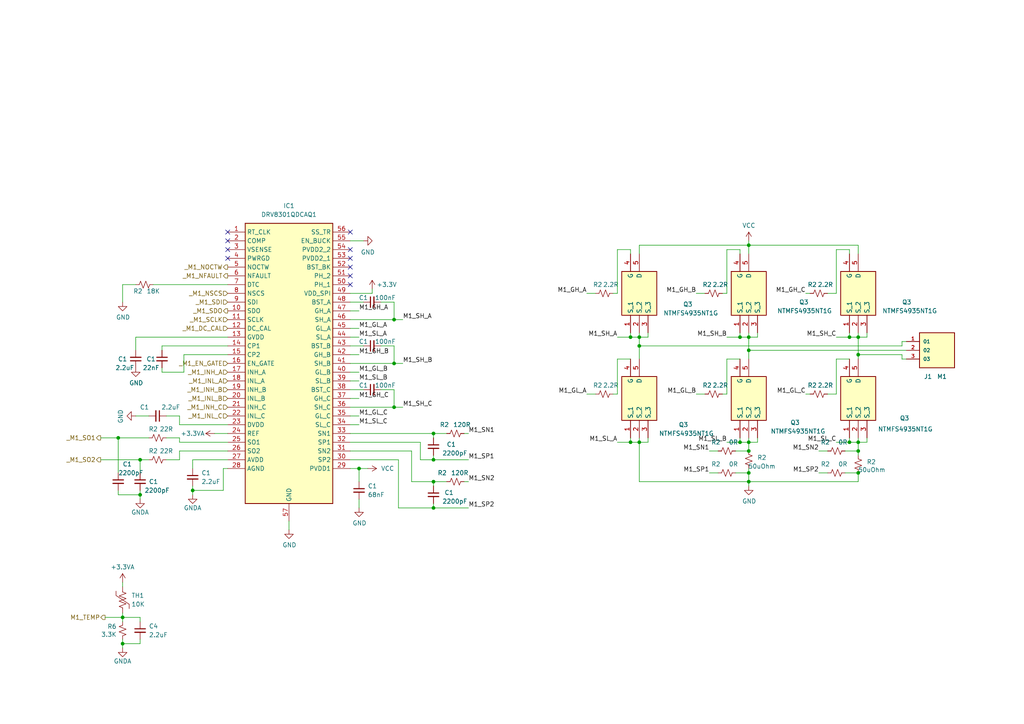
<source format=kicad_sch>
(kicad_sch (version 20230121) (generator eeschema)
  (paper "A4")
  (lib_symbols
    (symbol "3rd_Connector_Generic:CONN_1x3P" (pin_names (offset 1.016))
      (property "Reference" "J" (at -8.12 6.196 0))
      (property "Value" "CONN_1x3P" (at -4.445 6.35 0))
      (symbol "CONN_1x3P_0_0"
        (rectangle (start -5.08 5.08) (end 5.08 -5.08) (stroke (width 0.254)) (fill (type background)))
        (pin passive line (at -8.89 2.54 0) (length 3.81) (name "01") (number "1"))
        (pin passive line (at -8.89 0 0) (length 3.81) (name "02") (number "2"))
        (pin passive line (at -8.89 -2.54 0) (length 3.81) (name "03") (number "3"))
      )
    )
    (symbol "3rd_Driver_Motor:DRV8301QDCAQ1"
      (property "Reference" "IC" (at -2.54 43.18 0))
      (property "Value" "DRV8301QDCAQ1" (at -7.62 40.64 0))
      (symbol "DRV8301QDCAQ1_1_1"
        (rectangle (start -12.7 38.1) (end 12.7 -43.18) (stroke (width 0.254)) (fill (type background)))
        (pin passive line (at -17.78 35.56 0) (length 5.08) (name "RT_CLK") (number "1"))
        (pin passive line (at -17.78 12.7 0) (length 5.08) (name "SDO") (number "10"))
        (pin passive line (at -17.78 10.16 0) (length 5.08) (name "SCLK") (number "11"))
        (pin passive line (at -17.78 7.62 0) (length 5.08) (name "DC_CAL") (number "12"))
        (pin passive line (at -17.78 5.08 0) (length 5.08) (name "GVDD") (number "13"))
        (pin passive line (at -17.78 2.54 0) (length 5.08) (name "CP1") (number "14"))
        (pin passive line (at -17.78 0 0) (length 5.08) (name "CP2") (number "15"))
        (pin passive line (at -17.78 -2.54 0) (length 5.08) (name "EN_GATE") (number "16"))
        (pin passive line (at -17.78 -5.08 0) (length 5.08) (name "INH_A") (number "17"))
        (pin passive line (at -17.78 -7.62 0) (length 5.08) (name "INL_A") (number "18"))
        (pin passive line (at -17.78 -10.16 0) (length 5.08) (name "INH_B") (number "19"))
        (pin passive line (at -17.78 33.02 0) (length 5.08) (name "COMP") (number "2"))
        (pin passive line (at -17.78 -12.7 0) (length 5.08) (name "INL_B") (number "20"))
        (pin passive line (at -17.78 -15.24 0) (length 5.08) (name "INH_C") (number "21"))
        (pin passive line (at -17.78 -17.78 0) (length 5.08) (name "INL_C") (number "22"))
        (pin passive line (at -17.78 -20.32 0) (length 5.08) (name "DVDD") (number "23"))
        (pin passive line (at -17.78 -22.86 0) (length 5.08) (name "REF") (number "24"))
        (pin passive line (at -17.78 -25.4 0) (length 5.08) (name "SO1") (number "25"))
        (pin passive line (at -17.78 -27.94 0) (length 5.08) (name "SO2") (number "26"))
        (pin passive line (at -17.78 -30.48 0) (length 5.08) (name "AVDD") (number "27"))
        (pin passive line (at -17.78 -33.02 0) (length 5.08) (name "AGND") (number "28"))
        (pin passive line (at 17.78 -33.02 180) (length 5.08) (name "PVDD1") (number "29"))
        (pin passive line (at -17.78 30.48 0) (length 5.08) (name "VSENSE") (number "3"))
        (pin passive line (at 17.78 -30.48 180) (length 5.08) (name "SP2") (number "30"))
        (pin passive line (at 17.78 -27.94 180) (length 5.08) (name "SN2") (number "31"))
        (pin passive line (at 17.78 -25.4 180) (length 5.08) (name "SP1") (number "32"))
        (pin passive line (at 17.78 -22.86 180) (length 5.08) (name "SN1") (number "33"))
        (pin passive line (at 17.78 -20.32 180) (length 5.08) (name "SL_C") (number "34"))
        (pin passive line (at 17.78 -17.78 180) (length 5.08) (name "GL_C") (number "35"))
        (pin passive line (at 17.78 -15.24 180) (length 5.08) (name "SH_C") (number "36"))
        (pin passive line (at 17.78 -12.7 180) (length 5.08) (name "GH_C") (number "37"))
        (pin passive line (at 17.78 -10.16 180) (length 5.08) (name "BST_C") (number "38"))
        (pin passive line (at 17.78 -7.62 180) (length 5.08) (name "SL_B") (number "39"))
        (pin passive line (at -17.78 27.94 0) (length 5.08) (name "PWRGD") (number "4"))
        (pin passive line (at 17.78 -5.08 180) (length 5.08) (name "GL_B") (number "40"))
        (pin passive line (at 17.78 -2.54 180) (length 5.08) (name "SH_B") (number "41"))
        (pin passive line (at 17.78 0 180) (length 5.08) (name "GH_B") (number "42"))
        (pin passive line (at 17.78 2.54 180) (length 5.08) (name "BST_B") (number "43"))
        (pin passive line (at 17.78 5.08 180) (length 5.08) (name "SL_A") (number "44"))
        (pin passive line (at 17.78 7.62 180) (length 5.08) (name "GL_A") (number "45"))
        (pin passive line (at 17.78 10.16 180) (length 5.08) (name "SH_A") (number "46"))
        (pin passive line (at 17.78 12.7 180) (length 5.08) (name "GH_A") (number "47"))
        (pin passive line (at 17.78 15.24 180) (length 5.08) (name "BST_A") (number "48"))
        (pin passive line (at 17.78 17.78 180) (length 5.08) (name "VDD_SPI") (number "49"))
        (pin passive line (at -17.78 25.4 0) (length 5.08) (name "NOCTW") (number "5"))
        (pin passive line (at 17.78 20.32 180) (length 5.08) (name "PH_1") (number "50"))
        (pin passive line (at 17.78 22.86 180) (length 5.08) (name "PH_2") (number "51"))
        (pin passive line (at 17.78 25.4 180) (length 5.08) (name "BST_BK") (number "52"))
        (pin passive line (at 17.78 27.94 180) (length 5.08) (name "PVDD2_1") (number "53"))
        (pin passive line (at 17.78 30.48 180) (length 5.08) (name "PVDD2_2") (number "54"))
        (pin passive line (at 17.78 33.02 180) (length 5.08) (name "EN_BUCK") (number "55"))
        (pin passive line (at 17.78 35.56 180) (length 5.08) (name "SS_TR") (number "56"))
        (pin passive line (at 0 -48.26 90) (length 5.08) (name "GND") (number "57"))
        (pin passive line (at -17.78 22.86 0) (length 5.08) (name "NFAULT") (number "6"))
        (pin passive line (at -17.78 20.32 0) (length 5.08) (name "DTC") (number "7"))
        (pin passive line (at -17.78 17.78 0) (length 5.08) (name "NSCS") (number "8"))
        (pin passive line (at -17.78 15.24 0) (length 5.08) (name "SDI") (number "9"))
      )
    )
    (symbol "3rd_MOSFET:NTMFS4935NT1G"
      (property "Reference" "Q" (at 19.05 7.62 0))
      (property "Value" "NTMFS4935NT1G" (at 19.05 5.08 0))
      (symbol "NTMFS4935NT1G_1_1"
        (rectangle (start 5.08 2.54) (end 17.78 -7.62) (stroke (width 0.254)) (fill (type background)))
        (pin passive line (at 0 0 0) (length 5.08) (name "S_1") (number "1"))
        (pin passive line (at 0 -2.54 0) (length 5.08) (name "S_2") (number "2"))
        (pin passive line (at 0 -5.08 0) (length 5.08) (name "S_3") (number "3"))
        (pin passive line (at 22.86 0 180) (length 5.08) (name "G") (number "4"))
        (pin passive line (at 22.86 -2.54 180) (length 5.08) (name "D") (number "5"))
      )
    )
    (symbol "Device:C_Small" (pin_numbers hide) (pin_names (offset 0.254) hide)
      (property "Reference" "C" (at 0.254 1.778 0))
      (property "Value" "C_Small" (at 0.254 -2.032 0))
      (symbol "C_Small_0_1"
        (polyline (pts (xy -1.524 -0.508) (xy 1.524 -0.508)) (stroke (width 0.3302)))
        (polyline (pts (xy -1.524 0.508) (xy 1.524 0.508)) (stroke (width 0.3048)))
      )
      (symbol "C_Small_1_1"
        (pin passive line (at 0 2.54 270) (length 2.032) (name "~") (number "1"))
        (pin passive line (at 0 -2.54 90) (length 2.032) (name "~") (number "2"))
      )
    )
    (symbol "Device:R_Small_US" (pin_numbers hide) (pin_names (offset 0.254) hide)
      (property "Reference" "R" (at 0.762 0.508 0))
      (property "Value" "R_Small_US" (at 0.762 -1.016 0))
      (symbol "R_Small_US_1_1"
        (polyline (pts (xy 0 0) (xy 1.016 -0.381) (xy 0 -0.762) (xy -1.016 -1.143) (xy 0 -1.524)))
        (polyline (pts (xy 0 1.524) (xy 1.016 1.143) (xy 0 0.762) (xy -1.016 0.381) (xy 0 0)))
        (pin passive line (at 0 2.54 270) (length 1.016) (name "~") (number "1"))
        (pin passive line (at 0 -2.54 90) (length 1.016) (name "~") (number "2"))
      )
    )
    (symbol "Device:Thermistor_US" (pin_numbers hide) (pin_names (offset 0))
      (property "Reference" "TH" (at 2.54 1.27 90))
      (property "Value" "Thermistor_US" (at -2.54 0 90))
      (symbol "Thermistor_US_0_1"
        (polyline (pts (xy 0 -2.286) (xy 0 -2.54)))
        (polyline (pts (xy 0 2.286) (xy 0 2.54)))
        (polyline (pts (xy 1.905 -1.27) (xy 1.905 -2.54)))
        (polyline (pts (xy -1.905 2.54) (xy -1.905 1.27) (xy 1.905 -1.27)))
        (polyline (pts (xy 0 -0.762) (xy 1.016 -1.143) (xy 0 -1.524) (xy -1.016 -1.905) (xy 0 -2.286)))
        (polyline (pts (xy 0 0.762) (xy 1.016 0.381) (xy 0 0) (xy -1.016 -0.381) (xy 0 -0.762)))
        (polyline (pts (xy 0 2.286) (xy 1.016 1.905) (xy 0 1.524) (xy -1.016 1.143) (xy 0 0.762)))
      )
      (symbol "Thermistor_US_1_1"
        (pin passive line (at 0 3.81 270) (length 1.27) (name "~") (number "1"))
        (pin passive line (at 0 -3.81 90) (length 1.27) (name "~") (number "2"))
      )
    )
    (symbol "power:+3.3V" (power) (pin_names (offset 0))
      (property "Value" "+3.3V" (at 0 3.556 0))
      (symbol "+3.3V_0_1"
        (polyline (pts (xy -0.762 1.27) (xy 0 2.54)))
        (polyline (pts (xy 0 0) (xy 0 2.54)))
        (polyline (pts (xy 0 2.54) (xy 0.762 1.27)))
      )
      (symbol "+3.3V_1_1"
        (pin power_in line (at 0 0 90) (length 0) hide (name "+3.3V") (number "1"))
      )
    )
    (symbol "power:+3.3VA" (power) (pin_names (offset 0))
      (property "Value" "+3.3VA" (at 0 3.556 0))
      (symbol "+3.3VA_0_1"
        (polyline (pts (xy -0.762 1.27) (xy 0 2.54)))
        (polyline (pts (xy 0 0) (xy 0 2.54)))
        (polyline (pts (xy 0 2.54) (xy 0.762 1.27)))
      )
      (symbol "+3.3VA_1_1"
        (pin power_in line (at 0 0 90) (length 0) hide (name "+3.3VA") (number "1"))
      )
    )
    (symbol "power:GND" (power) (pin_names (offset 0))
      (property "Value" "GND" (at 0 -3.81 0))
      (symbol "GND_0_1"
        (polyline (pts (xy 0 0) (xy 0 -1.27) (xy 1.27 -1.27) (xy 0 -2.54) (xy -1.27 -1.27) (xy 0 -1.27)))
      )
      (symbol "GND_1_1"
        (pin power_in line (at 0 0 270) (length 0) hide (name "GND") (number "1"))
      )
    )
    (symbol "power:GNDA" (power) (pin_names (offset 0))
      (property "Value" "GNDA" (at 0 -3.81 0))
      (symbol "GNDA_0_1"
        (polyline (pts (xy 0 0) (xy 0 -1.27) (xy 1.27 -1.27) (xy 0 -2.54) (xy -1.27 -1.27) (xy 0 -1.27)))
      )
      (symbol "GNDA_1_1"
        (pin power_in line (at 0 0 270) (length 0) hide (name "GNDA") (number "1"))
      )
    )
    (symbol "power:VCC" (power) (pin_names (offset 0))
      (property "Value" "VCC" (at 0 3.81 0))
      (symbol "VCC_0_1"
        (polyline (pts (xy -0.762 1.27) (xy 0 2.54)))
        (polyline (pts (xy 0 0) (xy 0 2.54)))
        (polyline (pts (xy 0 2.54) (xy 0.762 1.27)))
      )
      (symbol "VCC_1_1"
        (pin power_in line (at 0 0 90) (length 0) hide (name "VCC") (number "1"))
      )
    )
  )
  (junction (at 35.56 179.07))
  (junction (at 217.17 139.7))
  (junction (at 248.92 128.27))
  (junction (at 185.42 100.33))
  (junction (at 125.73 125.73))
  (junction (at 217.17 137.16))
  (junction (at 246.38 97.79))
  (junction (at 125.73 133.35))
  (junction (at 248.92 137.16))
  (junction (at 185.42 97.79))
  (junction (at 125.73 147.32))
  (junction (at 125.73 139.7))
  (junction (at 214.63 97.79))
  (junction (at 182.88 97.79))
  (junction (at 214.63 128.27))
  (junction (at 246.38 128.27))
  (junction (at 104.14 135.89))
  (junction (at 248.92 102.87))
  (junction (at 248.92 97.79))
  (junction (at 217.17 71.12))
  (junction (at 40.64 143.51))
  (junction (at 114.3 92.71))
  (junction (at 40.64 133.35))
  (junction (at 217.17 101.6))
  (junction (at 248.92 130.81))
  (junction (at 55.88 142.24))
  (junction (at 182.88 128.27))
  (junction (at 217.17 97.79))
  (junction (at 114.3 105.41))
  (junction (at 217.17 130.81))
  (junction (at 35.56 186.69))
  (junction (at 185.42 128.27))
  (junction (at 114.3 118.11))
  (junction (at 34.29 127))
  (junction (at 217.17 128.27))
  (no_connect (at 66.04 69.85))
  (no_connect (at 66.04 72.39))
  (no_connect (at 66.04 67.31))
  (no_connect (at 101.6 72.39))
  (no_connect (at 101.6 77.47))
  (no_connect (at 66.04 74.93))
  (no_connect (at 101.6 80.01))
  (no_connect (at 101.6 74.93))
  (no_connect (at 101.6 67.31))
  (no_connect (at 101.6 82.55))
  (wire (pts (xy 48.26 127) (xy 52.07 127)))
  (wire (pts (xy 240.03 114.3) (xy 242.57 114.3)))
  (wire (pts (xy 217.17 140.97) (xy 217.17 139.7)))
  (wire (pts (xy 185.42 96.52) (xy 185.42 97.79)))
  (wire (pts (xy 182.88 96.52) (xy 182.88 97.79)))
  (wire (pts (xy 248.92 128.27) (xy 248.92 130.81)))
  (wire (pts (xy 179.07 85.09) (xy 179.07 72.39)))
  (wire (pts (xy 135.89 139.7) (xy 134.62 139.7)))
  (wire (pts (xy 52.07 123.19) (xy 66.04 123.19)))
  (wire (pts (xy 185.42 128.27) (xy 187.96 128.27)))
  (wire (pts (xy 177.8 85.09) (xy 179.07 85.09)))
  (wire (pts (xy 242.57 85.09) (xy 242.57 72.39)))
  (wire (pts (xy 179.07 128.27) (xy 182.88 128.27)))
  (wire (pts (xy 104.14 110.49) (xy 101.6 110.49)))
  (wire (pts (xy 52.07 130.81) (xy 52.07 133.35)))
  (wire (pts (xy 119.38 130.81) (xy 119.38 139.7)))
  (wire (pts (xy 55.88 135.89) (xy 55.88 133.35)))
  (wire (pts (xy 209.55 114.3) (xy 210.82 114.3)))
  (wire (pts (xy 185.42 128.27) (xy 185.42 139.7)))
  (wire (pts (xy 101.6 69.85) (xy 105.41 69.85)))
  (wire (pts (xy 114.3 87.63) (xy 114.3 92.71)))
  (wire (pts (xy 242.57 72.39) (xy 246.38 72.39)))
  (wire (pts (xy 248.92 127) (xy 248.92 128.27)))
  (wire (pts (xy 246.38 72.39) (xy 246.38 73.66)))
  (wire (pts (xy 29.21 133.35) (xy 40.64 133.35)))
  (wire (pts (xy 115.57 133.35) (xy 115.57 147.32)))
  (wire (pts (xy 179.07 72.39) (xy 182.88 72.39)))
  (wire (pts (xy 101.6 87.63) (xy 105.41 87.63)))
  (wire (pts (xy 29.21 127) (xy 34.29 127)))
  (wire (pts (xy 213.36 137.16) (xy 217.17 137.16)))
  (wire (pts (xy 104.14 115.57) (xy 101.6 115.57)))
  (wire (pts (xy 39.37 97.79) (xy 39.37 101.6)))
  (wire (pts (xy 101.6 135.89) (xy 104.14 135.89)))
  (wire (pts (xy 237.49 137.16) (xy 240.03 137.16)))
  (wire (pts (xy 104.14 95.25) (xy 101.6 95.25)))
  (wire (pts (xy 101.6 92.71) (xy 114.3 92.71)))
  (wire (pts (xy 210.82 85.09) (xy 210.82 72.39)))
  (wire (pts (xy 40.64 186.69) (xy 40.64 185.42)))
  (wire (pts (xy 217.17 97.79) (xy 217.17 101.6)))
  (wire (pts (xy 213.36 130.81) (xy 217.17 130.81)))
  (wire (pts (xy 121.92 133.35) (xy 125.73 133.35)))
  (wire (pts (xy 217.17 137.16) (xy 217.17 139.7)))
  (wire (pts (xy 261.62 102.87) (xy 261.62 104.14)))
  (wire (pts (xy 182.88 72.39) (xy 182.88 73.66)))
  (wire (pts (xy 101.6 133.35) (xy 115.57 133.35)))
  (wire (pts (xy 217.17 96.52) (xy 217.17 97.79)))
  (wire (pts (xy 55.88 140.97) (xy 55.88 142.24)))
  (wire (pts (xy 217.17 101.6) (xy 217.17 104.14)))
  (wire (pts (xy 125.73 147.32) (xy 125.73 146.05)))
  (wire (pts (xy 125.73 139.7) (xy 125.73 140.97)))
  (wire (pts (xy 35.56 179.07) (xy 35.56 177.8)))
  (wire (pts (xy 104.14 107.95) (xy 101.6 107.95)))
  (wire (pts (xy 55.88 142.24) (xy 55.88 143.51)))
  (wire (pts (xy 101.6 90.17) (xy 104.14 90.17)))
  (wire (pts (xy 248.92 102.87) (xy 261.62 102.87)))
  (wire (pts (xy 217.17 127) (xy 217.17 128.27)))
  (wire (pts (xy 209.55 85.09) (xy 210.82 85.09)))
  (wire (pts (xy 217.17 128.27) (xy 217.17 130.81)))
  (wire (pts (xy 217.17 128.27) (xy 219.71 128.27)))
  (wire (pts (xy 201.93 85.09) (xy 204.47 85.09)))
  (wire (pts (xy 182.88 128.27) (xy 185.42 128.27)))
  (wire (pts (xy 35.56 187.96) (xy 35.56 186.69)))
  (wire (pts (xy 104.14 135.89) (xy 106.68 135.89)))
  (wire (pts (xy 114.3 113.03) (xy 110.49 113.03)))
  (wire (pts (xy 30.48 179.07) (xy 35.56 179.07)))
  (wire (pts (xy 116.84 105.41) (xy 114.3 105.41)))
  (wire (pts (xy 214.63 72.39) (xy 214.63 73.66)))
  (wire (pts (xy 110.49 87.63) (xy 114.3 87.63)))
  (wire (pts (xy 170.18 114.3) (xy 172.72 114.3)))
  (wire (pts (xy 245.11 137.16) (xy 248.92 137.16)))
  (wire (pts (xy 210.82 114.3) (xy 210.82 104.14)))
  (wire (pts (xy 64.77 135.89) (xy 66.04 135.89)))
  (wire (pts (xy 233.68 85.09) (xy 234.95 85.09)))
  (wire (pts (xy 101.6 85.09) (xy 107.95 85.09)))
  (wire (pts (xy 104.14 97.79) (xy 101.6 97.79)))
  (wire (pts (xy 134.62 125.73) (xy 135.89 125.73)))
  (wire (pts (xy 107.95 85.09) (xy 107.95 83.82)))
  (wire (pts (xy 185.42 71.12) (xy 217.17 71.12)))
  (wire (pts (xy 248.92 130.81) (xy 248.92 132.08)))
  (wire (pts (xy 214.63 128.27) (xy 217.17 128.27)))
  (wire (pts (xy 219.71 97.79) (xy 219.71 96.52)))
  (wire (pts (xy 242.57 104.14) (xy 246.38 104.14)))
  (wire (pts (xy 52.07 127) (xy 52.07 128.27)))
  (wire (pts (xy 217.17 97.79) (xy 219.71 97.79)))
  (wire (pts (xy 246.38 127) (xy 246.38 128.27)))
  (wire (pts (xy 40.64 180.34) (xy 40.64 179.07)))
  (wire (pts (xy 240.03 85.09) (xy 242.57 85.09)))
  (wire (pts (xy 242.57 97.79) (xy 246.38 97.79)))
  (wire (pts (xy 219.71 128.27) (xy 219.71 127)))
  (wire (pts (xy 116.84 92.71) (xy 114.3 92.71)))
  (wire (pts (xy 46.99 100.33) (xy 46.99 101.6)))
  (wire (pts (xy 35.56 185.42) (xy 35.56 186.69)))
  (wire (pts (xy 46.99 107.95) (xy 46.99 106.68)))
  (wire (pts (xy 248.92 71.12) (xy 248.92 73.66)))
  (wire (pts (xy 170.18 85.09) (xy 172.72 85.09)))
  (wire (pts (xy 179.07 114.3) (xy 179.07 104.14)))
  (wire (pts (xy 104.14 120.65) (xy 101.6 120.65)))
  (wire (pts (xy 185.42 100.33) (xy 185.42 104.14)))
  (wire (pts (xy 251.46 128.27) (xy 251.46 127)))
  (wire (pts (xy 101.6 128.27) (xy 121.92 128.27)))
  (wire (pts (xy 214.63 127) (xy 214.63 128.27)))
  (wire (pts (xy 187.96 97.79) (xy 187.96 96.52)))
  (wire (pts (xy 214.63 97.79) (xy 217.17 97.79)))
  (wire (pts (xy 182.88 127) (xy 182.88 128.27)))
  (wire (pts (xy 125.73 147.32) (xy 135.89 147.32)))
  (wire (pts (xy 55.88 142.24) (xy 64.77 142.24)))
  (wire (pts (xy 185.42 97.79) (xy 185.42 100.33)))
  (wire (pts (xy 179.07 97.79) (xy 182.88 97.79)))
  (wire (pts (xy 185.42 97.79) (xy 187.96 97.79)))
  (wire (pts (xy 40.64 137.16) (xy 40.64 133.35)))
  (wire (pts (xy 52.07 133.35) (xy 48.26 133.35)))
  (wire (pts (xy 261.62 100.33) (xy 261.62 99.06)))
  (wire (pts (xy 34.29 137.16) (xy 34.29 127)))
  (wire (pts (xy 40.64 143.51) (xy 40.64 144.78)))
  (wire (pts (xy 35.56 179.07) (xy 35.56 180.34)))
  (wire (pts (xy 248.92 102.87) (xy 248.92 104.14)))
  (wire (pts (xy 248.92 137.16) (xy 248.92 139.7)))
  (wire (pts (xy 34.29 143.51) (xy 40.64 143.51)))
  (wire (pts (xy 64.77 142.24) (xy 64.77 135.89)))
  (wire (pts (xy 248.92 97.79) (xy 251.46 97.79)))
  (wire (pts (xy 35.56 179.07) (xy 40.64 179.07)))
  (wire (pts (xy 46.99 107.95) (xy 53.34 107.95)))
  (wire (pts (xy 233.68 114.3) (xy 234.95 114.3)))
  (wire (pts (xy 242.57 114.3) (xy 242.57 104.14)))
  (wire (pts (xy 101.6 130.81) (xy 119.38 130.81)))
  (wire (pts (xy 237.49 130.81) (xy 240.03 130.81)))
  (wire (pts (xy 35.56 82.55) (xy 35.56 87.63)))
  (wire (pts (xy 115.57 147.32) (xy 125.73 147.32)))
  (wire (pts (xy 125.73 133.35) (xy 135.89 133.35)))
  (wire (pts (xy 46.99 100.33) (xy 66.04 100.33)))
  (wire (pts (xy 261.62 104.14) (xy 262.89 104.14)))
  (wire (pts (xy 246.38 128.27) (xy 248.92 128.27)))
  (wire (pts (xy 35.56 186.69) (xy 40.64 186.69)))
  (wire (pts (xy 119.38 139.7) (xy 125.73 139.7)))
  (wire (pts (xy 35.56 168.91) (xy 35.56 170.18)))
  (wire (pts (xy 185.42 127) (xy 185.42 128.27)))
  (wire (pts (xy 129.54 125.73) (xy 125.73 125.73)))
  (wire (pts (xy 101.6 118.11) (xy 114.3 118.11)))
  (wire (pts (xy 201.93 114.3) (xy 204.47 114.3)))
  (wire (pts (xy 125.73 125.73) (xy 125.73 127)))
  (wire (pts (xy 248.92 97.79) (xy 248.92 102.87)))
  (wire (pts (xy 217.17 71.12) (xy 248.92 71.12)))
  (wire (pts (xy 210.82 104.14) (xy 214.63 104.14)))
  (wire (pts (xy 129.54 139.7) (xy 125.73 139.7)))
  (wire (pts (xy 217.17 135.89) (xy 217.17 137.16)))
  (wire (pts (xy 214.63 96.52) (xy 214.63 97.79)))
  (wire (pts (xy 217.17 71.12) (xy 217.17 73.66)))
  (wire (pts (xy 104.14 123.19) (xy 101.6 123.19)))
  (wire (pts (xy 121.92 128.27) (xy 121.92 133.35)))
  (wire (pts (xy 217.17 139.7) (xy 248.92 139.7)))
  (wire (pts (xy 177.8 114.3) (xy 179.07 114.3)))
  (wire (pts (xy 246.38 96.52) (xy 246.38 97.79)))
  (wire (pts (xy 261.62 99.06) (xy 262.89 99.06)))
  (wire (pts (xy 101.6 113.03) (xy 105.41 113.03)))
  (wire (pts (xy 210.82 128.27) (xy 214.63 128.27)))
  (wire (pts (xy 217.17 101.6) (xy 262.89 101.6)))
  (wire (pts (xy 104.14 135.89) (xy 104.14 139.7)))
  (wire (pts (xy 39.37 97.79) (xy 66.04 97.79)))
  (wire (pts (xy 248.92 128.27) (xy 251.46 128.27)))
  (wire (pts (xy 210.82 97.79) (xy 214.63 97.79)))
  (wire (pts (xy 110.49 100.33) (xy 114.3 100.33)))
  (wire (pts (xy 114.3 118.11) (xy 114.3 113.03)))
  (wire (pts (xy 53.34 107.95) (xy 53.34 102.87)))
  (wire (pts (xy 44.45 82.55) (xy 66.04 82.55)))
  (wire (pts (xy 101.6 100.33) (xy 105.41 100.33)))
  (wire (pts (xy 245.11 130.81) (xy 248.92 130.81)))
  (wire (pts (xy 52.07 120.65) (xy 52.07 123.19)))
  (wire (pts (xy 114.3 100.33) (xy 114.3 105.41)))
  (wire (pts (xy 104.14 144.78) (xy 104.14 147.32)))
  (wire (pts (xy 116.84 118.11) (xy 114.3 118.11)))
  (wire (pts (xy 185.42 139.7) (xy 217.17 139.7)))
  (wire (pts (xy 187.96 128.27) (xy 187.96 127)))
  (wire (pts (xy 48.26 120.65) (xy 52.07 120.65)))
  (wire (pts (xy 185.42 71.12) (xy 185.42 73.66)))
  (wire (pts (xy 242.57 128.27) (xy 246.38 128.27)))
  (wire (pts (xy 52.07 128.27) (xy 66.04 128.27)))
  (wire (pts (xy 35.56 82.55) (xy 39.37 82.55)))
  (wire (pts (xy 101.6 102.87) (xy 104.14 102.87)))
  (wire (pts (xy 34.29 142.24) (xy 34.29 143.51)))
  (wire (pts (xy 125.73 125.73) (xy 101.6 125.73)))
  (wire (pts (xy 40.64 142.24) (xy 40.64 143.51)))
  (wire (pts (xy 83.82 151.13) (xy 83.82 153.67)))
  (wire (pts (xy 125.73 133.35) (xy 125.73 132.08)))
  (wire (pts (xy 205.74 137.16) (xy 208.28 137.16)))
  (wire (pts (xy 246.38 97.79) (xy 248.92 97.79)))
  (wire (pts (xy 40.64 133.35) (xy 43.18 133.35)))
  (wire (pts (xy 55.88 133.35) (xy 66.04 133.35)))
  (wire (pts (xy 34.29 127) (xy 43.18 127)))
  (wire (pts (xy 62.23 125.73) (xy 66.04 125.73)))
  (wire (pts (xy 210.82 72.39) (xy 214.63 72.39)))
  (wire (pts (xy 248.92 96.52) (xy 248.92 97.79)))
  (wire (pts (xy 101.6 105.41) (xy 114.3 105.41)))
  (wire (pts (xy 217.17 69.85) (xy 217.17 71.12)))
  (wire (pts (xy 185.42 100.33) (xy 261.62 100.33)))
  (wire (pts (xy 205.74 130.81) (xy 208.28 130.81)))
  (wire (pts (xy 179.07 104.14) (xy 182.88 104.14)))
  (wire (pts (xy 53.34 102.87) (xy 66.04 102.87)))
  (wire (pts (xy 251.46 97.79) (xy 251.46 96.52)))
  (wire (pts (xy 182.88 97.79) (xy 185.42 97.79)))
  (wire (pts (xy 39.37 120.65) (xy 43.18 120.65)))
  (wire (pts (xy 66.04 130.81) (xy 52.07 130.81)))
  (label "M1_SL_A" (at 179.07 128.27 180))
  (label "M1_GH_C" (at 233.68 85.09 180))
  (label "M1_SP2" (at 237.49 137.16 180))
  (label "M1_SN1" (at 205.74 130.81 180))
  (label "M1_GH_A" (at 104.14 90.17 0))
  (label "M1_SN1" (at 135.89 125.73 0))
  (label "M1_GH_B" (at 201.93 85.09 180))
  (label "M1_SH_C" (at 116.84 118.11 0))
  (label "M1_GH_A" (at 170.18 85.09 180))
  (label "M1_SL_A" (at 104.14 97.79 0))
  (label "M1_SN2" (at 237.49 130.81 180))
  (label "M1_GH_C" (at 104.14 115.57 0))
  (label "M1_SH_A" (at 179.07 97.79 180))
  (label "M1_SH_B" (at 210.82 97.79 180))
  (label "M1_SH_B" (at 116.84 105.41 0))
  (label "M1_SL_C" (at 104.14 123.19 0))
  (label "M1_GL_C" (at 233.68 114.3 180))
  (label "M1_SL_B" (at 104.14 110.49 0))
  (label "M1_SL_B" (at 210.82 128.27 180))
  (label "M1_SH_A" (at 116.84 92.71 0))
  (label "M1_GL_B" (at 104.14 107.95 0))
  (label "M1_SN2" (at 135.89 139.7 0))
  (label "M1_GH_B" (at 104.14 102.87 0))
  (label "M1_GL_B" (at 201.93 114.3 180))
  (label "M1_SP1" (at 205.74 137.16 180))
  (label "M1_GL_A" (at 104.14 95.25 0))
  (label "M1_GL_C" (at 104.14 120.65 0))
  (label "M1_SP2" (at 135.89 147.32 0))
  (label "M1_SP1" (at 135.89 133.35 0))
  (label "M1_GL_A" (at 170.18 114.3 180))
  (label "M1_SH_C" (at 242.57 97.79 180))
  (label "M1_SL_C" (at 242.57 128.27 180))
  (hierarchical_label "_M1_INL_B" (shape input) (at 66.04 115.57 180))
  (hierarchical_label "_M1_SO1" (shape output) (at 29.21 127 180))
  (hierarchical_label "_M1_INH_B" (shape input) (at 66.04 113.03 180))
  (hierarchical_label "_M1_INH_A" (shape input) (at 66.04 107.95 180))
  (hierarchical_label "_M1_DC_CAL" (shape input) (at 66.04 95.25 180))
  (hierarchical_label "_M1_NFAULT" (shape output) (at 66.04 80.01 180))
  (hierarchical_label "_M1_NSCS" (shape input) (at 66.04 85.09 180))
  (hierarchical_label "_M1_NOCTW" (shape output) (at 66.04 77.47 180))
  (hierarchical_label "_M1_INL_C" (shape input) (at 66.04 120.65 180))
  (hierarchical_label "_M1_SCLK" (shape input) (at 66.04 92.71 180))
  (hierarchical_label "_M1_INL_A" (shape input) (at 66.04 110.49 180))
  (hierarchical_label "_M1_EN_GATE" (shape input) (at 66.04 105.41 180))
  (hierarchical_label "_M1_SDI" (shape input) (at 66.04 87.63 180))
  (hierarchical_label "_M1_SDO" (shape output) (at 66.04 90.17 180))
  (hierarchical_label "_M1_SO2" (shape output) (at 29.21 133.35 180))
  (hierarchical_label "_M1_INH_C" (shape input) (at 66.04 118.11 180))
  (hierarchical_label "M1_TEMP" (shape output) (at 30.48 179.07 180))
  (symbol (lib_id "power:GND") (at 39.37 120.65 270) (unit 1)
    (property "Reference" "#PWR048" (effects hide))
    (property "Value" "GND" (at 34.9758 120.777 0))
    (instances (project "MotorKit" (path "" (reference "#PWR048") (unit 1)) (path "" (reference "#PWR059") (unit 1)) (path "" (reference "#PWR097") (unit 1))) (project "StepDriver" (path "" (reference "#PWR018") (unit 1))))
  )
  (symbol (lib_id "Device:C_Small") (at 107.95 87.63 90) (unit 1)
    (property "Reference" "C1" (at 105.41 86.36 90))
    (property "Value" "100nF" (at 111.76 86.36 90))
    (property "Footprint" "Capacitor_SMD:C_0603_1608Metric" (effects hide))
    (instances (project "MotorKit" (path "" (reference "C1") (unit 1)) (path "" (reference "C26") (unit 1)) (path "" (reference "C52") (unit 1))) (project "StepDriver" (path "" (reference "C2") (unit 1))))
  )
  (symbol (lib_id "power:GND") (at 39.37 106.68 0) (unit 1)
    (property "Reference" "#PWR048" (effects hide))
    (property "Value" "GND" (at 39.497 111.0742 0))
    (instances (project "MotorKit" (path "" (reference "#PWR048") (unit 1)) (path "" (reference "#PWR060") (unit 1)) (path "" (reference "#PWR096") (unit 1))) (project "StepDriver" (path "" (reference "#PWR018") (unit 1))))
  )
  (symbol (lib_id "3rd_MOSFET:NTMFS4935NT1G") (at 182.88 127 90) (unit 1)
    (property "Reference" "Q3" (at 196.85 123.19 90) (effects (justify right)))
    (property "Value" "NTMFS4935NT1G" (at 191.135 125.73 90) (effects (justify right)))
    (property "Footprint" "3rd_Package_DFN(TDSON):DFN-5_L6.0-W5.0_P1.27" (effects hide))
    (property "Datasheet" "https://www.onsemi.com/pub/Collateral/NTMFS4935N-D.PDF" (effects hide))
    (property "Manufacturer_Name" "onsemi" (effects hide))
    (property "Manufacturer_Part_Number" "NTMFS4935NT1G" (effects hide))
    (property "Mouser Part Number" "863-NTMFS4935NT1G" (effects hide))
    (property "Mouser Price/Stock" "https://www.mouser.co.uk/ProductDetail/onsemi/NTMFS4935NT1G?qs=PJJcWtbOkNUizxCQ16NP4Q%3D%3D" (effects hide))
    (property "Arrow Part Number" "NTMFS4935NT1G" (effects hide))
    (property "Arrow Price/Stock" "https://www.arrow.com/en/products/ntmfs4935nt1g/on-semiconductor" (effects hide))
    (instances (project "MotorKit" (path "" (reference "Q3") (unit 1)) (path "" (reference "Q4") (unit 1)) (path "" (reference "Q10") (unit 1))))
  )
  (symbol (lib_id "Device:C_Small") (at 104.14 142.24 0) (unit 1)
    (property "Reference" "C1" (at 106.68 140.9762 0) (effects (justify left)))
    (property "Value" "68nF" (at 106.68 143.5162 0) (effects (justify left)))
    (property "Footprint" "Capacitor_SMD:C_0603_1608Metric" (effects hide))
    (instances (project "MotorKit" (path "" (reference "C1") (unit 1)) (path "" (reference "C21") (unit 1)) (path "" (reference "C51") (unit 1))) (project "StepDriver" (path "" (reference "C2") (unit 1))))
  )
  (symbol (lib_id "3rd_Driver_Motor:DRV8301QDCAQ1") (at 83.82 102.87 0) (unit 1)
    (property "Reference" "IC1" (at 83.82 59.69 0))
    (property "Value" "DRV8301QDCAQ1" (at 83.82 62.23 0))
    (property "Footprint" "3rd_Package_SOP:HTSSOP-56_L14.0-W6.0_P0.5_DRV8301" (effects hide))
    (property "Datasheet" "https://www.ti.com/lit/gpn/drv8301-q1" (effects hide))
    (property "Height" "1.2" (effects hide))
    (property "Manufacturer_Name" "Texas Instruments" (effects hide))
    (property "Manufacturer_Part_Number" "DRV8301QDCAQ1" (effects hide))
    (property "Mouser Part Number" "595-DRV8301QDCAQ1" (effects hide))
    (property "Mouser Price/Stock" "https://www.mouser.co.uk/ProductDetail/Texas-Instruments/DRV8301QDCAQ1?qs=igp4D3uu33L0DO9HOyoudw%3D%3D" (effects hide))
    (property "Arrow Part Number" "DRV8301QDCAQ1" (effects hide))
    (property "Arrow Price/Stock" "https://www.arrow.com/en/products/drv8301qdcaq1/texas-instruments?region=nac" (effects hide))
    (instances (project "MotorKit" (path "" (reference "IC1") (unit 1)) (path "" (reference "IC1") (unit 1)) (path "" (reference "IC2") (unit 1))))
  )
  (symbol (lib_id "Device:R_Small_US") (at 41.91 82.55 90) (unit 1)
    (property "Reference" "R2" (at 40.005 84.455 90))
    (property "Value" "18K" (at 44.45 84.455 90))
    (property "Footprint" "Resistor_SMD:R_0603_1608Metric" (effects hide))
    (instances (project "MotorKit" (path "" (reference "R2") (unit 1)) (path "" (reference "R19") (unit 1)) (path "" (reference "R44") (unit 1))) (project "StepDriver" (path "" (reference "R5") (unit 1))))
  )
  (symbol (lib_id "power:GND") (at 105.41 69.85 90) (unit 1)
    (property "Reference" "#PWR048" (effects hide))
    (property "Value" "GND" (at 106.68 73.152 90))
    (instances (project "MotorKit" (path "" (reference "#PWR048") (unit 1)) (path "" (reference "#PWR050") (unit 1)) (path "" (reference "#PWR0103") (unit 1))) (project "StepDriver" (path "" (reference "#PWR018") (unit 1))))
  )
  (symbol (lib_id "power:GND") (at 35.56 87.63 0) (unit 1)
    (property "Reference" "#PWR048" (effects hide))
    (property "Value" "GND" (at 35.687 92.0242 0))
    (instances (project "MotorKit" (path "" (reference "#PWR048") (unit 1)) (path "" (reference "#PWR061") (unit 1)) (path "" (reference "#PWR093") (unit 1))) (project "StepDriver" (path "" (reference "#PWR018") (unit 1))))
  )
  (symbol (lib_id "power:GND") (at 217.17 140.97 0) (unit 1)
    (property "Reference" "#PWR048" (effects hide))
    (property "Value" "GND" (at 217.297 145.3642 0))
    (instances (project "MotorKit" (path "" (reference "#PWR048") (unit 1)) (path "" (reference "#PWR072") (unit 1)) (path "" (reference "#PWR0107") (unit 1))) (project "StepDriver" (path "" (reference "#PWR018") (unit 1))))
  )
  (symbol (lib_id "Device:C_Small") (at 107.95 113.03 90) (unit 1)
    (property "Reference" "C1" (at 105.41 111.76 90))
    (property "Value" "100nF" (at 111.76 111.76 90))
    (property "Footprint" "Capacitor_SMD:C_0603_1608Metric" (effects hide))
    (instances (project "MotorKit" (path "" (reference "C1") (unit 1)) (path "" (reference "C24") (unit 1)) (path "" (reference "C54") (unit 1))) (project "StepDriver" (path "" (reference "C2") (unit 1))))
  )
  (symbol (lib_id "power:GND") (at 104.14 147.32 0) (unit 1)
    (property "Reference" "#PWR048" (effects hide))
    (property "Value" "GND" (at 104.267 151.7142 0))
    (instances (project "MotorKit" (path "" (reference "#PWR048") (unit 1)) (path "" (reference "#PWR050") (unit 1)) (path "" (reference "#PWR0102") (unit 1))) (project "StepDriver" (path "" (reference "#PWR018") (unit 1))))
  )
  (symbol (lib_id "Device:C_Small") (at 34.29 139.7 0) (unit 1)
    (property "Reference" "C1" (at 35.56 134.62 0) (effects (justify left)))
    (property "Value" "2200pF" (at 34.29 137.16 0) (effects (justify left)))
    (property "Footprint" "Capacitor_SMD:C_0603_1608Metric" (effects hide))
    (instances (project "MotorKit" (path "" (reference "C1") (unit 1)) (path "" (reference "C32") (unit 1)) (path "" (reference "C44") (unit 1))) (project "StepDriver" (path "" (reference "C2") (unit 1))))
  )
  (symbol (lib_id "Device:R_Small_US") (at 45.72 133.35 90) (unit 1)
    (property "Reference" "R2" (at 44.45 130.81 90))
    (property "Value" "22R" (at 48.26 130.81 90))
    (property "Footprint" "Resistor_SMD:R_0603_1608Metric" (effects hide))
    (instances (project "MotorKit" (path "" (reference "R2") (unit 1)) (path "" (reference "R18") (unit 1)) (path "" (reference "R46") (unit 1))) (project "StepDriver" (path "" (reference "R5") (unit 1))))
  )
  (symbol (lib_id "Device:R_Small_US") (at 242.57 137.16 90) (unit 1)
    (property "Reference" "R2" (at 239.395 134.62 90))
    (property "Value" "0R" (at 244.475 134.62 90))
    (property "Footprint" "Resistor_SMD:R_0603_1608Metric" (effects hide))
    (instances (project "MotorKit" (path "" (reference "R2") (unit 1)) (path "" (reference "R64") (unit 1)) (path "" (reference "R59") (unit 1))) (project "StepDriver" (path "" (reference "R5") (unit 1))))
  )
  (symbol (lib_id "Device:R_Small_US") (at 248.92 134.62 0) (unit 1)
    (property "Reference" "R2" (at 252.73 133.985 0))
    (property "Value" "50uOhm" (at 252.857 136.271 0))
    (property "Footprint" "Resistor_SMD:R_2512_6332Metric" (effects hide))
    (instances (project "MotorKit" (path "" (reference "R2") (unit 1)) (path "" (reference "R33") (unit 1)) (path "" (reference "R56") (unit 1))) (project "StepDriver" (path "" (reference "R5") (unit 1))))
  )
  (symbol (lib_id "Device:C_Small") (at 46.99 104.14 0) (unit 1)
    (property "Reference" "C1" (at 43.815 104.14 0))
    (property "Value" "22nF" (at 43.815 106.68 0))
    (property "Footprint" "Capacitor_SMD:C_0603_1608Metric" (effects hide))
    (instances (project "MotorKit" (path "" (reference "C1") (unit 1)) (path "" (reference "C35") (unit 1)) (path "" (reference "C49") (unit 1))) (project "StepDriver" (path "" (reference "C2") (unit 1))))
  )
  (symbol (lib_id "3rd_Connector_Generic:CONN_1x3P") (at 271.78 101.6 0) (unit 1)
    (property "Reference" "J1" (at 267.97 109.22 0) (effects (justify left)))
    (property "Value" "M1" (at 271.78 109.22 0) (effects (justify left)))
    (property "Footprint" "3rd_Connector_AMASS:AMASS-SMD_1x3P-P3.5-H_MR30-FB" (effects hide))
    (property "MANUFACTURER" "SAMTEC" (effects hide))
    (instances (project "MotorKit" (path "" (reference "J1") (unit 1)) (path "" (reference "J12") (unit 1))))
  )
  (symbol (lib_id "Device:C_Small") (at 45.72 120.65 270) (unit 1)
    (property "Reference" "C1" (at 41.91 118.11 90))
    (property "Value" "2.2uF" (at 49.53 118.11 90))
    (property "Footprint" "Capacitor_SMD:C_0603_1608Metric" (effects hide))
    (instances (project "MotorKit" (path "" (reference "C1") (unit 1)) (path "" (reference "C34") (unit 1)) (path "" (reference "C48") (unit 1))) (project "StepDriver" (path "" (reference "C2") (unit 1))))
  )
  (symbol (lib_id "Device:R_Small_US") (at 210.82 130.81 90) (unit 1)
    (property "Reference" "R2" (at 207.645 128.27 90))
    (property "Value" "0R" (at 212.725 128.27 90))
    (property "Footprint" "Resistor_SMD:R_0603_1608Metric" (effects hide))
    (instances (project "MotorKit" (path "" (reference "R2") (unit 1)) (path "" (reference "R61") (unit 1)) (path "" (reference "R59") (unit 1))) (project "StepDriver" (path "" (reference "R5") (unit 1))))
  )
  (symbol (lib_id "3rd_MOSFET:NTMFS4935NT1G") (at 214.63 127 90) (unit 1)
    (property "Reference" "Q3" (at 229.235 122.555 90) (effects (justify right)))
    (property "Value" "NTMFS4935NT1G" (at 223.52 125.095 90) (effects (justify right)))
    (property "Footprint" "3rd_Package_DFN(TDSON):DFN-5_L6.0-W5.0_P1.27" (effects hide))
    (property "Datasheet" "https://www.onsemi.com/pub/Collateral/NTMFS4935N-D.PDF" (effects hide))
    (property "Manufacturer_Name" "onsemi" (effects hide))
    (property "Manufacturer_Part_Number" "NTMFS4935NT1G" (effects hide))
    (property "Mouser Part Number" "863-NTMFS4935NT1G" (effects hide))
    (property "Mouser Price/Stock" "https://www.mouser.co.uk/ProductDetail/onsemi/NTMFS4935NT1G?qs=PJJcWtbOkNUizxCQ16NP4Q%3D%3D" (effects hide))
    (property "Arrow Part Number" "NTMFS4935NT1G" (effects hide))
    (property "Arrow Price/Stock" "https://www.arrow.com/en/products/ntmfs4935nt1g/on-semiconductor" (effects hide))
    (instances (project "MotorKit" (path "" (reference "Q3") (unit 1)) (path "" (reference "Q6") (unit 1)) (path "" (reference "Q12") (unit 1))))
  )
  (symbol (lib_id "power:GND") (at 83.82 153.67 0) (unit 1)
    (property "Reference" "#PWR048" (effects hide))
    (property "Value" "GND" (at 83.947 158.0642 0))
    (instances (project "MotorKit" (path "" (reference "#PWR048") (unit 1)) (path "" (reference "#PWR051") (unit 1)) (path "" (reference "#PWR0101") (unit 1))) (project "StepDriver" (path "" (reference "#PWR018") (unit 1))))
  )
  (symbol (lib_id "power:VCC") (at 106.68 135.89 270) (unit 1)
    (property "Reference" "#PWR027" (effects hide))
    (property "Value" "VCC" (at 110.49 135.89 90) (effects (justify left)))
    (instances (project "MotorKit" (path "" (reference "#PWR027") (unit 1)) (path "" (reference "#PWR049") (unit 1)) (path "" (reference "#PWR0104") (unit 1))) (project "StepDriver" (path "" (reference "#PWR037") (unit 1))))
  )
  (symbol (lib_id "3rd_MOSFET:NTMFS4935NT1G") (at 246.38 96.52 90) (unit 1)
    (property "Reference" "Q3" (at 261.62 87.63 90) (effects (justify right)))
    (property "Value" "NTMFS4935NT1G" (at 255.905 90.17 90) (effects (justify right)))
    (property "Footprint" "3rd_Package_DFN(TDSON):DFN-5_L6.0-W5.0_P1.27" (effects hide))
    (property "Datasheet" "https://www.onsemi.com/pub/Collateral/NTMFS4935N-D.PDF" (effects hide))
    (property "Manufacturer_Name" "onsemi" (effects hide))
    (property "Manufacturer_Part_Number" "NTMFS4935NT1G" (effects hide))
    (property "Mouser Part Number" "863-NTMFS4935NT1G" (effects hide))
    (property "Mouser Price/Stock" "https://www.mouser.co.uk/ProductDetail/onsemi/NTMFS4935NT1G?qs=PJJcWtbOkNUizxCQ16NP4Q%3D%3D" (effects hide))
    (property "Arrow Part Number" "NTMFS4935NT1G" (effects hide))
    (property "Arrow Price/Stock" "https://www.arrow.com/en/products/ntmfs4935nt1g/on-semiconductor" (effects hide))
    (instances (project "MotorKit" (path "" (reference "Q3") (unit 1)) (path "" (reference "Q7") (unit 1)) (path "" (reference "Q13") (unit 1))))
  )
  (symbol (lib_id "Device:R_Small_US") (at 175.26 85.09 270) (unit 1)
    (property "Reference" "R2" (at 173.355 82.55 90))
    (property "Value" "2.2R" (at 177.165 82.55 90))
    (property "Footprint" "Resistor_SMD:R_0603_1608Metric" (effects hide))
    (instances (project "MotorKit" (path "" (reference "R2") (unit 1)) (path "" (reference "R26") (unit 1)) (path "" (reference "R49") (unit 1))) (project "StepDriver" (path "" (reference "R5") (unit 1))))
  )
  (symbol (lib_id "power:GNDA") (at 35.56 187.96 0) (unit 1)
    (property "Reference" "#PWR069" (effects hide))
    (property "Value" "GNDA" (at 35.56 191.77 0))
    (instances (project "MotorKit" (path "" (reference "#PWR069") (unit 1)) (path "" (reference "#PWR069") (unit 1)) (path "" (reference "#PWR057") (unit 1)) (path "" (reference "#PWR095") (unit 1))))
  )
  (symbol (lib_id "Device:R_Small_US") (at 207.01 85.09 270) (unit 1)
    (property "Reference" "R2" (at 205.105 82.55 90))
    (property "Value" "2.2R" (at 208.915 82.55 90))
    (property "Footprint" "Resistor_SMD:R_0603_1608Metric" (effects hide))
    (instances (project "MotorKit" (path "" (reference "R2") (unit 1)) (path "" (reference "R27") (unit 1)) (path "" (reference "R51") (unit 1))) (project "StepDriver" (path "" (reference "R5") (unit 1))))
  )
  (symbol (lib_id "power:+3.3VA") (at 35.56 168.91 0) (unit 1)
    (property "Reference" "#PWR023" (effects hide))
    (property "Value" "+3.3VA" (at 35.56 164.465 0))
    (instances (project "MotorKit" (path "" (reference "#PWR023") (unit 1)) (path "" (reference "#PWR023") (unit 1)) (path "" (reference "#PWR023") (unit 1)) (path "" (reference "#PWR094") (unit 1))))
  )
  (symbol (lib_id "Device:C_Small") (at 40.64 182.88 0) (unit 1)
    (property "Reference" "C4" (at 43.18 181.6162 0) (effects (justify left)))
    (property "Value" "2.2uF" (at 43.18 184.1562 0) (effects (justify left)))
    (property "Footprint" "Capacitor_SMD:C_0603_1608Metric" (effects hide))
    (instances (project "MotorKit" (path "" (reference "C4") (unit 1)) (path "" (reference "C4") (unit 1)) (path "" (reference "C4") (unit 1)) (path "" (reference "C47") (unit 1))) (project "StepDriver" (path "" (reference "C11") (unit 1))))
  )
  (symbol (lib_id "Device:C_Small") (at 107.95 100.33 90) (unit 1)
    (property "Reference" "C1" (at 105.41 99.06 90))
    (property "Value" "100nF" (at 111.76 99.06 90))
    (property "Footprint" "Capacitor_SMD:C_0603_1608Metric" (effects hide))
    (instances (project "MotorKit" (path "" (reference "C1") (unit 1)) (path "" (reference "C25") (unit 1)) (path "" (reference "C53") (unit 1))) (project "StepDriver" (path "" (reference "C2") (unit 1))))
  )
  (symbol (lib_id "Device:R_Small_US") (at 242.57 130.81 90) (unit 1)
    (property "Reference" "R2" (at 239.395 128.27 90))
    (property "Value" "0R" (at 244.475 128.27 90))
    (property "Footprint" "Resistor_SMD:R_0603_1608Metric" (effects hide))
    (instances (project "MotorKit" (path "" (reference "R2") (unit 1)) (path "" (reference "R63") (unit 1)) (path "" (reference "R59") (unit 1))) (project "StepDriver" (path "" (reference "R5") (unit 1))))
  )
  (symbol (lib_id "Device:R_Small_US") (at 210.82 137.16 90) (unit 1)
    (property "Reference" "R2" (at 207.645 134.62 90))
    (property "Value" "0R" (at 212.725 134.62 90))
    (property "Footprint" "Resistor_SMD:R_0603_1608Metric" (effects hide))
    (instances (project "MotorKit" (path "" (reference "R2") (unit 1)) (path "" (reference "R62") (unit 1)) (path "" (reference "R59") (unit 1))) (project "StepDriver" (path "" (reference "R5") (unit 1))))
  )
  (symbol (lib_id "3rd_MOSFET:NTMFS4935NT1G") (at 182.88 96.52 90) (unit 1)
    (property "Reference" "Q3" (at 198.12 88.265 90) (effects (justify right)))
    (property "Value" "NTMFS4935NT1G" (at 192.405 90.805 90) (effects (justify right)))
    (property "Footprint" "3rd_Package_DFN(TDSON):DFN-5_L6.0-W5.0_P1.27" (effects hide))
    (property "Datasheet" "https://www.onsemi.com/pub/Collateral/NTMFS4935N-D.PDF" (effects hide))
    (property "Manufacturer_Name" "onsemi" (effects hide))
    (property "Manufacturer_Part_Number" "NTMFS4935NT1G" (effects hide))
    (property "Mouser Part Number" "863-NTMFS4935NT1G" (effects hide))
    (property "Mouser Price/Stock" "https://www.mouser.co.uk/ProductDetail/onsemi/NTMFS4935NT1G?qs=PJJcWtbOkNUizxCQ16NP4Q%3D%3D" (effects hide))
    (property "Arrow Part Number" "NTMFS4935NT1G" (effects hide))
    (property "Arrow Price/Stock" "https://www.arrow.com/en/products/ntmfs4935nt1g/on-semiconductor" (effects hide))
    (instances (project "MotorKit" (path "" (reference "Q3") (unit 1)) (path "" (reference "Q3") (unit 1)) (path "" (reference "Q9") (unit 1))))
  )
  (symbol (lib_id "Device:C_Small") (at 55.88 138.43 0) (unit 1)
    (property "Reference" "C1" (at 58.42 137.1662 0) (effects (justify left)))
    (property "Value" "2.2uF" (at 58.42 139.7062 0) (effects (justify left)))
    (property "Footprint" "Capacitor_SMD:C_0603_1608Metric" (effects hide))
    (instances (project "MotorKit" (path "" (reference "C1") (unit 1)) (path "" (reference "C31") (unit 1)) (path "" (reference "C50") (unit 1))) (project "StepDriver" (path "" (reference "C2") (unit 1))))
  )
  (symbol (lib_id "Device:C_Small") (at 125.73 143.51 0) (unit 1)
    (property "Reference" "C1" (at 128.905 142.875 0) (effects (justify left)))
    (property "Value" "2200pF" (at 128.27 145.415 0) (effects (justify left)))
    (property "Footprint" "Capacitor_SMD:C_0603_1608Metric" (effects hide))
    (instances (project "MotorKit" (path "" (reference "C1") (unit 1)) (path "" (reference "C22") (unit 1)) (path "" (reference "C56") (unit 1))) (project "StepDriver" (path "" (reference "C2") (unit 1))))
  )
  (symbol (lib_id "3rd_MOSFET:NTMFS4935NT1G") (at 214.63 96.52 90) (unit 1)
    (property "Reference" "Q3" (at 231.775 87.63 90) (effects (justify right)))
    (property "Value" "NTMFS4935NT1G" (at 225.425 90.17 90) (effects (justify right)))
    (property "Footprint" "3rd_Package_DFN(TDSON):DFN-5_L6.0-W5.0_P1.27" (effects hide))
    (property "Datasheet" "https://www.onsemi.com/pub/Collateral/NTMFS4935N-D.PDF" (effects hide))
    (property "Manufacturer_Name" "onsemi" (effects hide))
    (property "Manufacturer_Part_Number" "NTMFS4935NT1G" (effects hide))
    (property "Mouser Part Number" "863-NTMFS4935NT1G" (effects hide))
    (property "Mouser Price/Stock" "https://www.mouser.co.uk/ProductDetail/onsemi/NTMFS4935NT1G?qs=PJJcWtbOkNUizxCQ16NP4Q%3D%3D" (effects hide))
    (property "Arrow Part Number" "NTMFS4935NT1G" (effects hide))
    (property "Arrow Price/Stock" "https://www.arrow.com/en/products/ntmfs4935nt1g/on-semiconductor" (effects hide))
    (instances (project "MotorKit" (path "" (reference "Q3") (unit 1)) (path "" (reference "Q5") (unit 1)) (path "" (reference "Q11") (unit 1))))
  )
  (symbol (lib_id "Device:R_Small_US") (at 35.56 182.88 0) (mirror y) (unit 1)
    (property "Reference" "R6" (at 33.8328 181.7116 0) (effects (justify left)))
    (property "Value" "3.3K" (at 33.8328 184.023 0) (effects (justify left)))
    (property "Footprint" "Resistor_SMD:R_0603_1608Metric" (effects hide))
    (instances (project "MotorKit" (path "" (reference "R6") (unit 1)) (path "" (reference "R6") (unit 1)) (path "" (reference "R6") (unit 1)) (path "" (reference "R43") (unit 1))) (project "StepDriver" (path "" (reference "R28") (unit 1))))
  )
  (symbol (lib_id "power:+3.3V") (at 107.95 83.82 0) (unit 1)
    (property "Reference" "#PWR058" (effects hide))
    (property "Value" "+3.3V" (at 109.22 82.55 0) (effects (justify left)))
    (instances (project "MotorKit" (path "" (reference "#PWR058") (unit 1)) (path "" (reference "#PWR065") (unit 1)) (path "" (reference "#PWR0105") (unit 1))) (project "StepDriver" (path "" (reference "#PWR012") (unit 1))))
  )
  (symbol (lib_id "power:+3.3VA") (at 62.23 125.73 90) (unit 1)
    (property "Reference" "#PWR075" (effects hide))
    (property "Value" "+3.3VA" (at 55.88 125.73 90))
    (instances (project "MotorKit" (path "" (reference "#PWR075") (unit 1)) (path "" (reference "#PWR070") (unit 1)) (path "" (reference "#PWR0100") (unit 1))))
  )
  (symbol (lib_id "Device:R_Small_US") (at 237.49 114.3 270) (unit 1)
    (property "Reference" "R2" (at 235.585 111.76 90))
    (property "Value" "2.2R" (at 239.395 111.76 90))
    (property "Footprint" "Resistor_SMD:R_0603_1608Metric" (effects hide))
    (instances (project "MotorKit" (path "" (reference "R2") (unit 1)) (path "" (reference "R31") (unit 1)) (path "" (reference "R55") (unit 1))) (project "StepDriver" (path "" (reference "R5") (unit 1))))
  )
  (symbol (lib_id "Device:R_Small_US") (at 45.72 127 90) (unit 1)
    (property "Reference" "R2" (at 44.45 124.46 90))
    (property "Value" "22R" (at 48.26 124.46 90))
    (property "Footprint" "Resistor_SMD:R_0603_1608Metric" (effects hide))
    (instances (project "MotorKit" (path "" (reference "R2") (unit 1)) (path "" (reference "R17") (unit 1)) (path "" (reference "R45") (unit 1))) (project "StepDriver" (path "" (reference "R5") (unit 1))))
  )
  (symbol (lib_id "3rd_MOSFET:NTMFS4935NT1G") (at 246.38 127 90) (unit 1)
    (property "Reference" "Q3" (at 260.985 121.285 90) (effects (justify right)))
    (property "Value" "NTMFS4935NT1G" (at 254.635 124.46 90) (effects (justify right)))
    (property "Footprint" "3rd_Package_DFN(TDSON):DFN-5_L6.0-W5.0_P1.27" (effects hide))
    (property "Datasheet" "https://www.onsemi.com/pub/Collateral/NTMFS4935N-D.PDF" (effects hide))
    (property "Manufacturer_Name" "onsemi" (effects hide))
    (property "Manufacturer_Part_Number" "NTMFS4935NT1G" (effects hide))
    (property "Mouser Part Number" "863-NTMFS4935NT1G" (effects hide))
    (property "Mouser Price/Stock" "https://www.mouser.co.uk/ProductDetail/onsemi/NTMFS4935NT1G?qs=PJJcWtbOkNUizxCQ16NP4Q%3D%3D" (effects hide))
    (property "Arrow Part Number" "NTMFS4935NT1G" (effects hide))
    (property "Arrow Price/Stock" "https://www.arrow.com/en/products/ntmfs4935nt1g/on-semiconductor" (effects hide))
    (instances (project "MotorKit" (path "" (reference "Q3") (unit 1)) (path "" (reference "Q8") (unit 1)) (path "" (reference "Q14") (unit 1))))
  )
  (symbol (lib_id "power:GNDA") (at 55.88 143.51 0) (unit 1)
    (property "Reference" "#PWR071" (effects hide))
    (property "Value" "GNDA" (at 55.88 147.32 0))
    (instances (project "MotorKit" (path "" (reference "#PWR071") (unit 1)) (path "" (reference "#PWR056") (unit 1)) (path "" (reference "#PWR099") (unit 1))))
  )
  (symbol (lib_id "power:VCC") (at 217.17 69.85 0) (unit 1)
    (property "Reference" "#PWR027" (effects hide))
    (property "Value" "VCC" (at 215.265 65.405 0) (effects (justify left)))
    (instances (project "MotorKit" (path "" (reference "#PWR027") (unit 1)) (path "" (reference "#PWR069") (unit 1)) (path "" (reference "#PWR0106") (unit 1))) (project "StepDriver" (path "" (reference "#PWR037") (unit 1))))
  )
  (symbol (lib_id "Device:R_Small_US") (at 132.08 125.73 90) (unit 1)
    (property "Reference" "R2" (at 128.905 123.19 90))
    (property "Value" "120R" (at 133.985 123.19 90))
    (property "Footprint" "Resistor_SMD:R_0603_1608Metric" (effects hide))
    (instances (project "MotorKit" (path "" (reference "R2") (unit 1)) (path "" (reference "R16") (unit 1)) (path "" (reference "R47") (unit 1))) (project "StepDriver" (path "" (reference "R5") (unit 1))))
  )
  (symbol (lib_id "Device:R_Small_US") (at 175.26 114.3 270) (unit 1)
    (property "Reference" "R2" (at 173.355 111.76 90))
    (property "Value" "2.2R" (at 177.165 111.76 90))
    (property "Footprint" "Resistor_SMD:R_0603_1608Metric" (effects hide))
    (instances (project "MotorKit" (path "" (reference "R2") (unit 1)) (path "" (reference "R29") (unit 1)) (path "" (reference "R50") (unit 1))) (project "StepDriver" (path "" (reference "R5") (unit 1))))
  )
  (symbol (lib_id "Device:C_Small") (at 125.73 129.54 0) (unit 1)
    (property "Reference" "C1" (at 129.54 128.905 0) (effects (justify left)))
    (property "Value" "2200pF" (at 128.27 131.445 0) (effects (justify left)))
    (property "Footprint" "Capacitor_SMD:C_0603_1608Metric" (effects hide))
    (instances (project "MotorKit" (path "" (reference "C1") (unit 1)) (path "" (reference "C23") (unit 1)) (path "" (reference "C55") (unit 1))) (project "StepDriver" (path "" (reference "C2") (unit 1))))
  )
  (symbol (lib_id "power:GNDA") (at 40.64 144.78 0) (unit 1)
    (property "Reference" "#PWR071" (effects hide))
    (property "Value" "GNDA" (at 40.64 148.59 0))
    (instances (project "MotorKit" (path "" (reference "#PWR071") (unit 1)) (path "" (reference "#PWR058") (unit 1)) (path "" (reference "#PWR098") (unit 1))))
  )
  (symbol (lib_id "Device:R_Small_US") (at 217.17 133.35 0) (unit 1)
    (property "Reference" "R2" (at 220.98 132.715 0))
    (property "Value" "50uOhm" (at 220.98 135.255 0))
    (property "Footprint" "Resistor_SMD:R_2512_6332Metric" (effects hide))
    (instances (project "MotorKit" (path "" (reference "R2") (unit 1)) (path "" (reference "R32") (unit 1)) (path "" (reference "R53") (unit 1))) (project "StepDriver" (path "" (reference "R5") (unit 1))))
  )
  (symbol (lib_id "Device:R_Small_US") (at 207.01 114.3 270) (unit 1)
    (property "Reference" "R2" (at 205.105 111.76 90))
    (property "Value" "2.2R" (at 208.915 111.76 90))
    (property "Footprint" "Resistor_SMD:R_0603_1608Metric" (effects hide))
    (instances (project "MotorKit" (path "" (reference "R2") (unit 1)) (path "" (reference "R30") (unit 1)) (path "" (reference "R52") (unit 1))) (project "StepDriver" (path "" (reference "R5") (unit 1))))
  )
  (symbol (lib_id "Device:C_Small") (at 39.37 104.14 180) (unit 1)
    (property "Reference" "C1" (at 35.56 104.14 0))
    (property "Value" "2.2uF" (at 36.195 106.68 0))
    (property "Footprint" "Capacitor_SMD:C_0603_1608Metric" (effects hide))
    (instances (project "MotorKit" (path "" (reference "C1") (unit 1)) (path "" (reference "C36") (unit 1)) (path "" (reference "C45") (unit 1))) (project "StepDriver" (path "" (reference "C2") (unit 1))))
  )
  (symbol (lib_id "Device:R_Small_US") (at 237.49 85.09 270) (unit 1)
    (property "Reference" "R2" (at 235.585 82.55 90))
    (property "Value" "2.2R" (at 239.395 82.55 90))
    (property "Footprint" "Resistor_SMD:R_0603_1608Metric" (effects hide))
    (instances (project "MotorKit" (path "" (reference "R2") (unit 1)) (path "" (reference "R28") (unit 1)) (path "" (reference "R54") (unit 1))) (project "StepDriver" (path "" (reference "R5") (unit 1))))
  )
  (symbol (lib_id "Device:C_Small") (at 40.64 139.7 0) (unit 1)
    (property "Reference" "C1" (at 43.18 139.7 0) (effects (justify left)))
    (property "Value" "2200pF" (at 41.91 142.24 0) (effects (justify left)))
    (property "Footprint" "Capacitor_SMD:C_0603_1608Metric" (effects hide))
    (instances (project "MotorKit" (path "" (reference "C1") (unit 1)) (path "" (reference "C33") (unit 1)) (path "" (reference "C46") (unit 1))) (project "StepDriver" (path "" (reference "C2") (unit 1))))
  )
  (symbol (lib_id "Device:Thermistor_US") (at 35.56 173.99 0) (unit 1)
    (property "Reference" "TH1" (at 38.1 172.7199 0) (effects (justify left)))
    (property "Value" "10K" (at 38.1 175.2599 0) (effects (justify left)))
    (property "Footprint" "Resistor_SMD:R_0603_1608Metric" (effects hide))
    (instances (project "MotorKit" (path "" (reference "TH1") (unit 1)) (path "" (reference "TH1") (unit 1)) (path "" (reference "TH1") (unit 1)) (path "" (reference "NTC2") (unit 1))))
  )
  (symbol (lib_id "Device:R_Small_US") (at 132.08 139.7 90) (unit 1)
    (property "Reference" "R2" (at 128.27 137.16 90))
    (property "Value" "120R" (at 133.35 137.16 90))
    (property "Footprint" "Resistor_SMD:R_0603_1608Metric" (effects hide))
    (instances (project "MotorKit" (path "" (reference "R2") (unit 1)) (path "" (reference "R15") (unit 1)) (path "" (reference "R48") (unit 1))) (project "StepDriver" (path "" (reference "R5") (unit 1))))
  )
)
</source>
